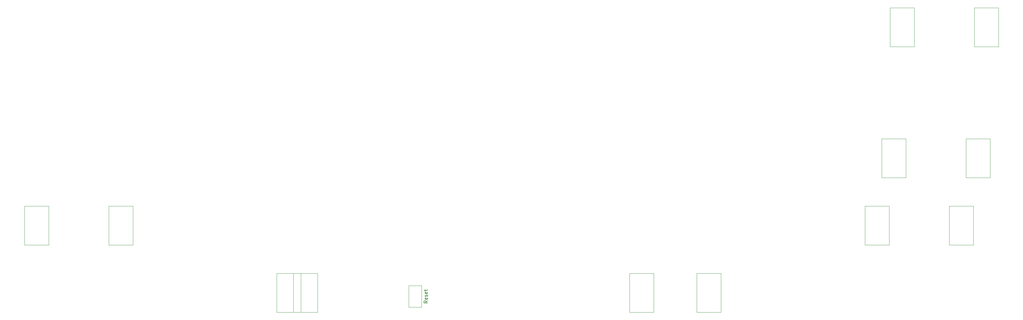
<source format=gbr>
G04 #@! TF.GenerationSoftware,KiCad,Pcbnew,(5.1.4)-1*
G04 #@! TF.CreationDate,2019-09-11T09:05:26+07:00*
G04 #@! TF.ProjectId,PCB,5043422e-6b69-4636-9164-5f7063625858,b*
G04 #@! TF.SameCoordinates,Original*
G04 #@! TF.FileFunction,Legend,Top*
G04 #@! TF.FilePolarity,Positive*
%FSLAX46Y46*%
G04 Gerber Fmt 4.6, Leading zero omitted, Abs format (unit mm)*
G04 Created by KiCad (PCBNEW (5.1.4)-1) date 2019-09-11 09:05:26*
%MOMM*%
%LPD*%
G04 APERTURE LIST*
%ADD10C,0.120000*%
%ADD11C,0.150000*%
G04 APERTURE END LIST*
D10*
X265393350Y-51150300D02*
X258543350Y-51150300D01*
X265393350Y-62150300D02*
X258543350Y-62150300D01*
X265393350Y-62150300D02*
X265393350Y-51150300D01*
X258543350Y-51150300D02*
X258543350Y-62150300D01*
X241517350Y-51150300D02*
X234667350Y-51150300D01*
X241517350Y-62150300D02*
X234667350Y-62150300D01*
X241517350Y-62150300D02*
X241517350Y-51150300D01*
X234667350Y-51150300D02*
X234667350Y-62150300D01*
X74829159Y-70200300D02*
X67979159Y-70200300D01*
X74829159Y-81200300D02*
X67979159Y-81200300D01*
X74829159Y-81200300D02*
X74829159Y-70200300D01*
X67979159Y-70200300D02*
X67979159Y-81200300D01*
X174829159Y-70200300D02*
X167979159Y-70200300D01*
X174829159Y-81200300D02*
X167979159Y-81200300D01*
X174829159Y-81200300D02*
X174829159Y-70200300D01*
X167979159Y-70200300D02*
X167979159Y-81200300D01*
X27269249Y-51150300D02*
X20419249Y-51150300D01*
X27269249Y-62150300D02*
X20419249Y-62150300D01*
X27269249Y-62150300D02*
X27269249Y-51150300D01*
X20419249Y-51150300D02*
X20419249Y-62150300D01*
X270156350Y-32100300D02*
X263306350Y-32100300D01*
X270156350Y-43100300D02*
X263306350Y-43100300D01*
X270156350Y-43100300D02*
X270156350Y-32100300D01*
X263306350Y-32100300D02*
X263306350Y-43100300D01*
X193886159Y-70200300D02*
X187036159Y-70200300D01*
X193886159Y-81200300D02*
X187036159Y-81200300D01*
X193886159Y-81200300D02*
X193886159Y-70200300D01*
X187036159Y-70200300D02*
X187036159Y-81200300D01*
X3393250Y-51150300D02*
X-3456750Y-51150300D01*
X3393250Y-62150300D02*
X-3456750Y-62150300D01*
X3393250Y-62150300D02*
X3393250Y-51150300D01*
X-3456750Y-51150300D02*
X-3456750Y-62150300D01*
X246280350Y-32100300D02*
X239430350Y-32100300D01*
X246280350Y-43100300D02*
X239430350Y-43100300D01*
X246280350Y-43100300D02*
X246280350Y-32100300D01*
X239430350Y-32100300D02*
X239430350Y-43100300D01*
X79586359Y-70200300D02*
X72736359Y-70200300D01*
X79586359Y-81200300D02*
X72736359Y-81200300D01*
X79586359Y-81200300D02*
X79586359Y-70200300D01*
X72736359Y-70200300D02*
X72736359Y-81200300D01*
X241812350Y-6000300D02*
X248662350Y-6000300D01*
X241812350Y4999700D02*
X248662350Y4999700D01*
X241812350Y4999700D02*
X241812350Y-6000300D01*
X248662350Y-6000300D02*
X248662350Y4999700D01*
X265688350Y-6000300D02*
X272538350Y-6000300D01*
X265688350Y4999700D02*
X272538350Y4999700D01*
X265688350Y4999700D02*
X265688350Y-6000300D01*
X272538350Y-6000300D02*
X272538350Y4999700D01*
X109060000Y-79810000D02*
X105440000Y-79810000D01*
X109060000Y-73690000D02*
X109060000Y-79810000D01*
X105440000Y-73690000D02*
X109060000Y-73690000D01*
X105440000Y-79810000D02*
X105440000Y-73690000D01*
D11*
X110702380Y-77988095D02*
X110226190Y-78321428D01*
X110702380Y-78559523D02*
X109702380Y-78559523D01*
X109702380Y-78178571D01*
X109750000Y-78083333D01*
X109797619Y-78035714D01*
X109892857Y-77988095D01*
X110035714Y-77988095D01*
X110130952Y-78035714D01*
X110178571Y-78083333D01*
X110226190Y-78178571D01*
X110226190Y-78559523D01*
X110654761Y-77178571D02*
X110702380Y-77273809D01*
X110702380Y-77464285D01*
X110654761Y-77559523D01*
X110559523Y-77607142D01*
X110178571Y-77607142D01*
X110083333Y-77559523D01*
X110035714Y-77464285D01*
X110035714Y-77273809D01*
X110083333Y-77178571D01*
X110178571Y-77130952D01*
X110273809Y-77130952D01*
X110369047Y-77607142D01*
X110654761Y-76750000D02*
X110702380Y-76654761D01*
X110702380Y-76464285D01*
X110654761Y-76369047D01*
X110559523Y-76321428D01*
X110511904Y-76321428D01*
X110416666Y-76369047D01*
X110369047Y-76464285D01*
X110369047Y-76607142D01*
X110321428Y-76702380D01*
X110226190Y-76750000D01*
X110178571Y-76750000D01*
X110083333Y-76702380D01*
X110035714Y-76607142D01*
X110035714Y-76464285D01*
X110083333Y-76369047D01*
X110654761Y-75511904D02*
X110702380Y-75607142D01*
X110702380Y-75797619D01*
X110654761Y-75892857D01*
X110559523Y-75940476D01*
X110178571Y-75940476D01*
X110083333Y-75892857D01*
X110035714Y-75797619D01*
X110035714Y-75607142D01*
X110083333Y-75511904D01*
X110178571Y-75464285D01*
X110273809Y-75464285D01*
X110369047Y-75940476D01*
X110035714Y-75178571D02*
X110035714Y-74797619D01*
X109702380Y-75035714D02*
X110559523Y-75035714D01*
X110654761Y-74988095D01*
X110702380Y-74892857D01*
X110702380Y-74797619D01*
M02*

</source>
